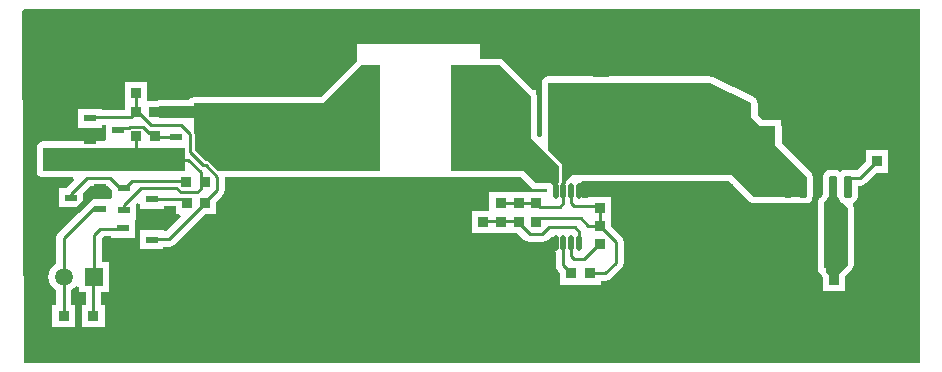
<source format=gtl>
G04*
G04 #@! TF.GenerationSoftware,Altium Limited,Altium Designer,19.1.8 (144)*
G04*
G04 Layer_Physical_Order=1*
G04 Layer_Color=255*
%FSLAX42Y42*%
%MOMM*%
G71*
G01*
G75*
%ADD13C,0.25*%
G04:AMPARAMS|DCode=15|XSize=3.15mm|YSize=1.8mm|CornerRadius=0.05mm|HoleSize=0mm|Usage=FLASHONLY|Rotation=180.000|XOffset=0mm|YOffset=0mm|HoleType=Round|Shape=RoundedRectangle|*
%AMROUNDEDRECTD15*
21,1,3.15,1.69,0,0,180.0*
21,1,3.04,1.80,0,0,180.0*
1,1,0.11,-1.52,0.85*
1,1,0.11,1.52,0.85*
1,1,0.11,1.52,-0.85*
1,1,0.11,-1.52,-0.85*
%
%ADD15ROUNDEDRECTD15*%
G04:AMPARAMS|DCode=16|XSize=0.6mm|YSize=1.8mm|CornerRadius=0.05mm|HoleSize=0mm|Usage=FLASHONLY|Rotation=180.000|XOffset=0mm|YOffset=0mm|HoleType=Round|Shape=RoundedRectangle|*
%AMROUNDEDRECTD16*
21,1,0.60,1.70,0,0,180.0*
21,1,0.50,1.80,0,0,180.0*
1,1,0.10,-0.25,0.85*
1,1,0.10,0.25,0.85*
1,1,0.10,0.25,-0.85*
1,1,0.10,-0.25,-0.85*
%
%ADD16ROUNDEDRECTD16*%
%ADD17R,0.85X0.90*%
%ADD18R,0.90X0.85*%
%ADD19R,2.40X3.30*%
%ADD20R,2.50X1.70*%
%ADD21R,1.40X1.20*%
%ADD22R,4.35X2.15*%
%ADD23O,0.50X1.35*%
%ADD24R,2.45X2.55*%
%ADD25R,1.00X0.60*%
%ADD40C,0.50*%
%ADD41C,1.00*%
%ADD42C,1.50*%
%ADD43R,1.52X1.52*%
%ADD44C,1.52*%
%ADD45R,1.52X1.52*%
G36*
X3031Y2000D02*
X1657D01*
X1580Y2077D01*
X1567Y2086D01*
X1552Y2089D01*
X1546D01*
X1459Y2176D01*
Y2312D01*
X1456Y2327D01*
X1450Y2336D01*
Y2575D01*
X2550D01*
X2650Y2675D01*
X2875Y2900D01*
X3031D01*
Y2000D01*
D02*
G37*
G36*
X1375Y2100D02*
Y2000D01*
X175D01*
Y2200D01*
X1375D01*
Y2100D01*
D02*
G37*
G36*
X4303Y2635D02*
Y2285D01*
X4540Y2048D01*
Y1908D01*
X4533Y1897D01*
X4529Y1880D01*
X4492D01*
X4472Y1900D01*
X4345Y1900D01*
X4245Y2000D01*
X3625Y2000D01*
X3625Y2900D01*
X4038D01*
X4303Y2635D01*
D02*
G37*
G36*
X6172Y2580D02*
Y2452D01*
X6245Y2380D01*
X6375D01*
Y2217D01*
X6575Y2017D01*
X6638Y1955D01*
Y1780D01*
X6192D01*
X6008Y1965D01*
X5265D01*
X4652Y1965D01*
X4605Y1917D01*
Y1908D01*
X4598Y1897D01*
X4595Y1884D01*
X4583Y1874D01*
X4580Y1874D01*
X4578Y1874D01*
X4565Y1884D01*
X4563Y1897D01*
X4564Y1898D01*
X4564Y1901D01*
X4565Y1903D01*
Y1906D01*
X4566Y1908D01*
Y2048D01*
X4564Y2057D01*
X4558Y2066D01*
X4450Y2174D01*
Y2750D01*
X5821D01*
X6172Y2580D01*
D02*
G37*
G36*
X7600Y375D02*
X3875Y375D01*
X3875Y1479D01*
X3900Y1479D01*
X4190D01*
X4248Y1421D01*
X4269Y1407D01*
X4294Y1402D01*
X4403D01*
X4427Y1407D01*
X4448Y1421D01*
X4473Y1446D01*
X4501Y1440D01*
X4504Y1435D01*
X4504Y1433D01*
Y1348D01*
X4506Y1328D01*
X4514Y1309D01*
X4515Y1308D01*
Y1205D01*
X4520Y1180D01*
X4534Y1159D01*
X4554Y1139D01*
Y1039D01*
X4896D01*
Y1070D01*
X4935D01*
X4960Y1075D01*
X4981Y1089D01*
X5071Y1179D01*
X5085Y1200D01*
X5090Y1225D01*
Y1403D01*
X5085Y1428D01*
X5071Y1449D01*
X4983Y1536D01*
Y1592D01*
Y1778D01*
X4792D01*
Y1770D01*
X4744D01*
X4722Y1793D01*
Y1878D01*
X4720Y1888D01*
X4737Y1913D01*
X5265Y1913D01*
X5986D01*
X6156Y1743D01*
X6173Y1732D01*
X6192Y1728D01*
X6456D01*
X6456Y1728D01*
X6506D01*
X6506Y1728D01*
X6583D01*
X6583Y1728D01*
X6633D01*
X6633Y1728D01*
X6638D01*
X6657Y1732D01*
X6674Y1743D01*
X6685Y1760D01*
X6689Y1780D01*
Y1782D01*
X6690Y1785D01*
Y1955D01*
X6686Y1977D01*
X6673Y1995D01*
X6665Y2001D01*
X6612Y2054D01*
X6612Y2054D01*
X6427Y2239D01*
Y2380D01*
X6426Y2385D01*
Y2431D01*
X6380D01*
X6375Y2432D01*
X6266D01*
X6224Y2474D01*
Y2580D01*
X6223Y2588D01*
X6221Y2597D01*
X6221Y2598D01*
X6220Y2600D01*
X6216Y2607D01*
X6211Y2614D01*
X6210Y2615D01*
X6209Y2617D01*
X6202Y2621D01*
X6195Y2627D01*
X5844Y2797D01*
X5843Y2797D01*
X5841Y2798D01*
X5833Y2800D01*
X5824Y2802D01*
X5823Y2801D01*
X5821Y2802D01*
X4450D01*
X4430Y2798D01*
X4413Y2787D01*
X4402Y2770D01*
X4398Y2750D01*
Y2296D01*
X4375Y2286D01*
X4354Y2306D01*
Y2635D01*
X4351Y2653D01*
Y2686D01*
X4325D01*
X4074Y2937D01*
X4057Y2948D01*
X4038Y2952D01*
X3875D01*
Y3075D01*
X2835Y3075D01*
Y2933D01*
X2613Y2712D01*
X2529Y2627D01*
X1548D01*
X1540Y2628D01*
X1532Y2627D01*
X1450D01*
X1430Y2623D01*
X1413Y2612D01*
X1408Y2604D01*
X1175D01*
X1149Y2601D01*
X1143Y2598D01*
X1056D01*
Y2758D01*
X869D01*
Y2598D01*
X867D01*
Y2521D01*
X671D01*
Y2528D01*
X469D01*
Y2367D01*
X671D01*
Y2391D01*
X709D01*
Y2272D01*
X696Y2252D01*
X175D01*
X155Y2248D01*
X138Y2237D01*
X127Y2220D01*
X123Y2200D01*
Y2000D01*
X127Y1980D01*
X138Y1963D01*
X155Y1952D01*
X175Y1948D01*
X428D01*
X438Y1925D01*
X369Y1856D01*
X312D01*
Y1694D01*
X487D01*
X497Y1669D01*
X305Y1477D01*
X291Y1456D01*
X286Y1431D01*
Y1217D01*
X284Y1216D01*
X257Y1196D01*
X237Y1169D01*
X224Y1138D01*
X220Y1105D01*
X224Y1072D01*
X237Y1041D01*
X257Y1014D01*
X283Y995D01*
Y871D01*
X254D01*
Y684D01*
X446D01*
Y871D01*
X413D01*
Y995D01*
X439Y1014D01*
X450Y1029D01*
X475Y1020D01*
Y978D01*
X535D01*
Y871D01*
X504D01*
Y684D01*
X696D01*
Y871D01*
X665D01*
Y978D01*
X729D01*
Y1232D01*
X670D01*
Y1431D01*
X687Y1448D01*
X752D01*
Y1434D01*
X953D01*
Y1589D01*
X958D01*
Y1721D01*
X972Y1732D01*
X997Y1722D01*
Y1684D01*
X1198D01*
Y1703D01*
X1299D01*
Y1639D01*
X1329D01*
X1339Y1616D01*
X1219Y1495D01*
X1193Y1501D01*
Y1501D01*
X992D01*
Y1339D01*
X1193D01*
Y1358D01*
X1238D01*
X1262Y1363D01*
X1283Y1377D01*
X1546Y1639D01*
X1641D01*
Y1739D01*
X1693Y1792D01*
X1707Y1813D01*
X1712Y1838D01*
Y1948D01*
X3031D01*
X3040Y1950D01*
X3616Y1950D01*
X3625Y1948D01*
X3875Y1948D01*
X3875Y1666D01*
X3804D01*
Y1479D01*
X3850D01*
X3875Y1479D01*
X3875Y375D01*
X3850Y375D01*
X12Y375D01*
X0Y3357D01*
X18Y3375D01*
X7600D01*
Y375D01*
D02*
G37*
G36*
X757Y1839D02*
Y1785D01*
X756Y1778D01*
X740Y1761D01*
X552D01*
Y1730D01*
X538Y1720D01*
X513Y1731D01*
Y1817D01*
X575Y1878D01*
X718D01*
X757Y1839D01*
D02*
G37*
G36*
X4224Y1948D02*
X4308Y1863D01*
X4314Y1860D01*
X4325Y1852D01*
X4345Y1848D01*
X4345D01*
D01*
D01*
X4439Y1848D01*
Y1821D01*
X3954D01*
Y1666D01*
X3875D01*
Y1948D01*
X4224Y1948D01*
D02*
G37*
%LPC*%
G36*
X7331Y2176D02*
X7139D01*
Y2081D01*
X7065Y2007D01*
X7037D01*
X7036Y2008D01*
X7014Y2012D01*
X6964D01*
X6942Y2008D01*
X6925Y1996D01*
X6909Y2008D01*
X6887Y2012D01*
X6837D01*
X6815Y2008D01*
X6797Y1995D01*
X6784Y1977D01*
X6780Y1955D01*
Y1808D01*
X6776Y1804D01*
X6773Y1800D01*
X6770Y1796D01*
X6768Y1792D01*
X6765Y1787D01*
X6764Y1786D01*
X6762Y1783D01*
X6756Y1779D01*
X6753Y1775D01*
X6748Y1772D01*
X6746Y1768D01*
X6742Y1764D01*
X6740Y1760D01*
X6737Y1755D01*
X6736Y1750D01*
X6734Y1746D01*
Y1741D01*
X6733Y1736D01*
Y1177D01*
X6737Y1158D01*
X6748Y1141D01*
X6755Y1136D01*
X6757Y1128D01*
X6768Y1111D01*
X6774Y1105D01*
Y987D01*
X6961D01*
Y1105D01*
X7024Y1168D01*
X7035Y1185D01*
X7039Y1205D01*
X7039Y1692D01*
X7035Y1712D01*
X7036Y1732D01*
X7054Y1745D01*
X7067Y1763D01*
X7071Y1785D01*
Y1877D01*
X7092D01*
X7117Y1882D01*
X7138Y1896D01*
X7231Y1989D01*
X7331D01*
Y2176D01*
D02*
G37*
%LPD*%
G36*
X6911Y1769D02*
X6912Y1764D01*
X6924Y1745D01*
X6943Y1733D01*
X6948Y1732D01*
X6988Y1692D01*
X6988Y1205D01*
X6890Y1107D01*
X6845D01*
X6805Y1148D01*
Y1177D01*
X6785D01*
Y1736D01*
X6800Y1745D01*
X6812Y1764D01*
X6813Y1768D01*
X6832Y1788D01*
X6893D01*
X6911Y1769D01*
D02*
G37*
D13*
X351Y1431D02*
X613Y1693D01*
X351Y1120D02*
Y1431D01*
X613Y1693D02*
Y1693D01*
X551Y1758D02*
Y1788D01*
X632Y1870D01*
X653D01*
X7232Y2083D02*
X7235D01*
X7092Y1942D02*
X7232Y2083D01*
X7006Y1942D02*
X7092D01*
X6989Y1925D02*
X7006Y1942D01*
X6989Y1870D02*
Y1925D01*
X600Y1103D02*
X602Y1105D01*
X600Y778D02*
Y1103D01*
X348Y780D02*
Y1105D01*
Y780D02*
X350Y778D01*
X1528Y2512D02*
X1540Y2501D01*
X1519Y2502D02*
X1528Y2512D01*
X4350Y1727D02*
X4378Y1700D01*
X4200Y1727D02*
X4350D01*
X4050D02*
X4200D01*
X4378Y1700D02*
X4550D01*
X4580Y1730D01*
X4095Y1575D02*
X4185D01*
X3895D02*
X4095D01*
X4185D02*
X4294Y1467D01*
X4403D01*
X4785Y1540D02*
X4888D01*
X5025Y1403D01*
X4330Y1577D02*
X4353Y1600D01*
X4725D02*
X4785Y1540D01*
X4353Y1600D02*
X4725D01*
X4888Y1540D02*
Y1685D01*
X4675Y1525D02*
X4713Y1487D01*
X4461Y1525D02*
X4675D01*
X4403Y1467D02*
X4461Y1525D01*
X4713Y1393D02*
Y1487D01*
X4803Y1135D02*
X4935D01*
X5025Y1225D01*
Y1403D01*
X4758Y1255D02*
X4885Y1383D01*
X4670Y1255D02*
X4758D01*
X4580Y1205D02*
Y1390D01*
Y1205D02*
X4647Y1138D01*
Y1135D02*
Y1138D01*
X4645Y1280D02*
Y1390D01*
Y1280D02*
X4670Y1255D01*
X4645Y1730D02*
Y1835D01*
Y1730D02*
X4670Y1705D01*
X4868D01*
X4888Y1685D01*
X4885Y1383D02*
X4888D01*
X4580Y1730D02*
Y1835D01*
X4580Y1835D01*
X4710Y1390D02*
X4713Y1393D01*
X965Y2135D02*
X975Y2125D01*
X965Y2135D02*
Y2295D01*
X830Y1858D02*
X868D01*
X927Y1917D02*
X1385D01*
X868Y1858D02*
X927Y1917D01*
X745Y1943D02*
X830Y1858D01*
X548Y1943D02*
X745D01*
X1002Y1860D02*
X1299D01*
X1339Y1820D01*
X857Y1670D02*
Y1715D01*
X1093Y1767D02*
X1363D01*
X960Y2500D02*
X976D01*
X1238Y1423D02*
X1548Y1733D01*
X1112Y1423D02*
X1238D01*
X660Y1512D02*
X827D01*
X605Y1457D02*
X660Y1512D01*
X613Y1693D02*
X633D01*
X410Y1805D02*
X548Y1943D01*
X1552Y2050D02*
X1648Y1955D01*
X1530Y2050D02*
X1552D01*
X1420Y2160D02*
X1530Y2050D01*
X1648Y1838D02*
Y1955D01*
X1548Y1738D02*
X1648Y1838D01*
X1420Y2160D02*
Y2312D01*
X605Y1120D02*
Y1457D01*
X1343Y2390D02*
X1420Y2312D01*
X1086Y2390D02*
X1343D01*
X1548Y1735D02*
Y1738D01*
X976Y2500D02*
X1086Y2390D01*
X960Y2500D02*
Y2502D01*
X1120Y2295D02*
Y2298D01*
X1090Y2327D02*
X1120Y2298D01*
X1074Y2327D02*
X1090D01*
X1023Y2378D02*
X1074Y2327D01*
X907Y2378D02*
X1023D01*
X898Y2369D02*
X907Y2378D01*
X1480Y1820D02*
X1513Y1853D01*
Y1883D01*
X1543Y1912D01*
X1339Y1820D02*
X1480D01*
X857Y1715D02*
X1002Y1860D01*
X1513Y1942D02*
Y1990D01*
Y1942D02*
X1543Y1912D01*
X1405Y2098D02*
X1513Y1990D01*
X1300Y2098D02*
X1405D01*
X1363Y1767D02*
X1393Y1738D01*
Y1735D02*
Y1738D01*
X1548Y1733D02*
Y1735D01*
X1385Y1915D02*
Y1917D01*
Y1915D02*
X1388Y1912D01*
X962Y2505D02*
Y2660D01*
X960Y2502D02*
X962Y2505D01*
X916Y2456D02*
X960Y2500D01*
X578Y2456D02*
X916D01*
X570Y2448D02*
X578Y2456D01*
X827Y2369D02*
X898D01*
X810Y2352D02*
X827Y2369D01*
X1127Y2288D02*
X1300D01*
X1120Y2295D02*
X1127Y2288D01*
X290Y2093D02*
X294Y2098D01*
D15*
X6735Y2455D02*
D03*
D16*
X6989Y1870D02*
D03*
X6862D02*
D03*
X6735D02*
D03*
X6608D02*
D03*
X6481D02*
D03*
D17*
X6712Y1082D02*
D03*
X6868D02*
D03*
X4647Y1135D02*
D03*
X4803D02*
D03*
X1118Y2662D02*
D03*
X962D02*
D03*
X960Y2502D02*
D03*
X1115D02*
D03*
X1120Y2295D02*
D03*
X965D02*
D03*
X1548Y1735D02*
D03*
X1393D02*
D03*
X1388Y1912D02*
D03*
X1543D02*
D03*
D18*
X6330Y2492D02*
D03*
Y2338D02*
D03*
X7235Y2238D02*
D03*
Y2083D02*
D03*
X4888Y1383D02*
D03*
Y1538D02*
D03*
X4350Y1727D02*
D03*
Y1573D02*
D03*
X4888Y1840D02*
D03*
Y1685D02*
D03*
X4200Y1727D02*
D03*
Y1573D02*
D03*
X4050D02*
D03*
Y1727D02*
D03*
X3900Y1573D02*
D03*
Y1727D02*
D03*
X350Y622D02*
D03*
Y778D02*
D03*
X600Y622D02*
D03*
Y778D02*
D03*
D19*
X3805Y2550D02*
D03*
X2895D02*
D03*
D20*
X4575D02*
D03*
X4175D02*
D03*
D21*
X4900Y2690D02*
D03*
Y2860D02*
D03*
D22*
X5300Y2348D02*
D03*
Y1752D02*
D03*
D23*
X4710Y1835D02*
D03*
X4645D02*
D03*
X4580D02*
D03*
X4515D02*
D03*
X4710Y1390D02*
D03*
X4645D02*
D03*
X4580D02*
D03*
X4515D02*
D03*
D24*
X2315Y2817D02*
D03*
Y2212D02*
D03*
D25*
X1300Y2288D02*
D03*
Y2098D02*
D03*
X1540Y2192D02*
D03*
X857Y1860D02*
D03*
Y1670D02*
D03*
X1098Y1765D02*
D03*
X1093Y1420D02*
D03*
X852Y1325D02*
D03*
Y1515D02*
D03*
X810Y2352D02*
D03*
X570Y2258D02*
D03*
Y2448D02*
D03*
X412Y1775D02*
D03*
X653Y1870D02*
D03*
Y1680D02*
D03*
D40*
X460Y1667D02*
X600Y1800D01*
D41*
X1402Y2502D02*
X1519D01*
X1175D02*
X1402D01*
D42*
X1540Y2495D02*
Y2501D01*
D43*
X5942Y1817D02*
D03*
X1538Y2750D02*
D03*
X297Y2352D02*
D03*
D44*
X5942Y2072D02*
D03*
X6904Y1377D02*
D03*
X348Y1105D02*
D03*
X1538Y2495D02*
D03*
X297Y2099D02*
D03*
D45*
X6650Y1377D02*
D03*
X602Y1105D02*
D03*
M02*

</source>
